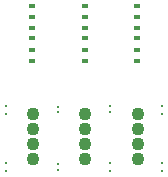
<source format=gts>
G04 #@! TF.FileFunction,Soldermask,Top*
%FSLAX46Y46*%
G04 Gerber Fmt 4.6, Leading zero omitted, Abs format (unit mm)*
G04 Created by KiCad (PCBNEW (2014-12-04 BZR 5312)-product) date 4/7/2015 10:47:18 PM*
%MOMM*%
G01*
G04 APERTURE LIST*
%ADD10C,0.100000*%
%ADD11C,1.100000*%
%ADD12R,0.599440X0.398780*%
%ADD13C,0.330200*%
G04 APERTURE END LIST*
D10*
D11*
X108712000Y-76200000D03*
X108712000Y-74930000D03*
X108712000Y-73660000D03*
X108712000Y-72390000D03*
D12*
X108656120Y-64101980D03*
X108656120Y-63202820D03*
X108666280Y-65031620D03*
X108666280Y-65930780D03*
X108645960Y-66931540D03*
X108645960Y-67830700D03*
X113101120Y-64101980D03*
X113101120Y-63202820D03*
X113111280Y-65031620D03*
X113111280Y-65930780D03*
X113090960Y-66931540D03*
X113090960Y-67830700D03*
D11*
X113157000Y-76200000D03*
X113157000Y-74930000D03*
X113157000Y-73660000D03*
X113157000Y-72390000D03*
D12*
X117546120Y-64101980D03*
X117546120Y-63202820D03*
X117556280Y-65031620D03*
X117556280Y-65930780D03*
X117535960Y-66931540D03*
X117535960Y-67830700D03*
D11*
X117602000Y-76200000D03*
X117602000Y-74930000D03*
X117602000Y-73660000D03*
X117602000Y-72390000D03*
D13*
X110794800Y-76555600D03*
X110794800Y-77089000D03*
X110820200Y-71729600D03*
X110820200Y-72186800D03*
X115239800Y-71704200D03*
X115265200Y-72212200D03*
X115265200Y-76530200D03*
X115265200Y-77139800D03*
X119634000Y-71678800D03*
X119634000Y-72339200D03*
X119634000Y-76504800D03*
X119634000Y-77165200D03*
X106426000Y-71678800D03*
X106426000Y-72339200D03*
X106426000Y-76504800D03*
X106426000Y-77165200D03*
M02*

</source>
